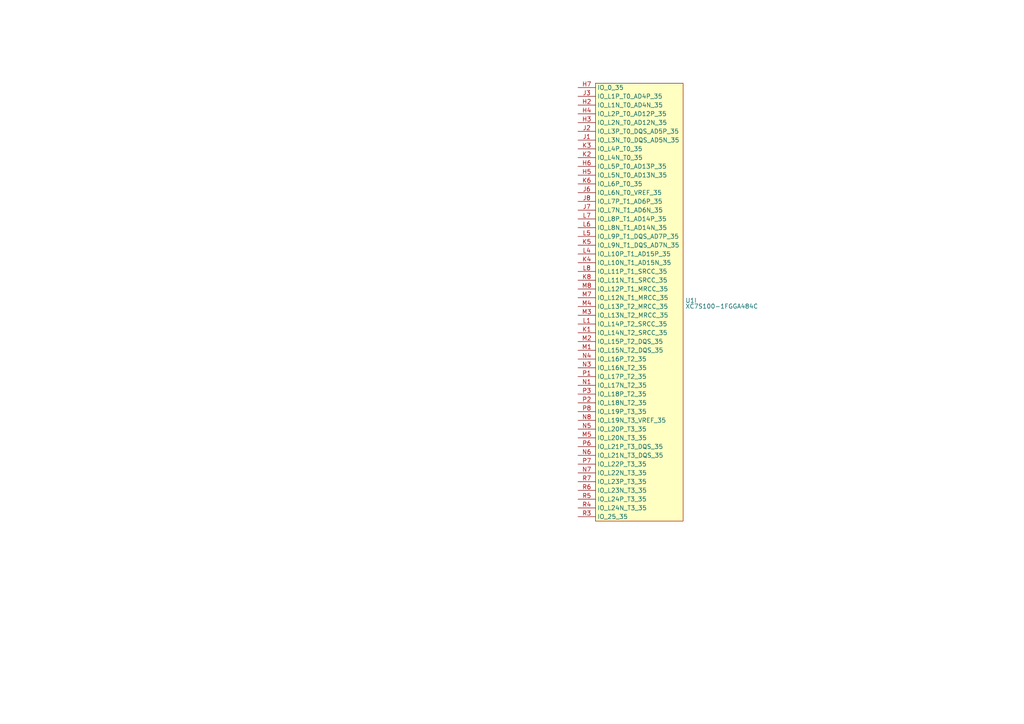
<source format=kicad_sch>
(kicad_sch (version 20231120) (generator "eeschema") (generator_version "8.0")
  (paper "A4")
  (title_block (title "DUMPTRUCK flash dumper") (date "2024-10-14") (rev "0.1") (company "Antikernel Labs") (comment 1 "Andrew D. Zonenberg"))
  (lib_symbols
    (symbol "xilinx-azonenberg:XC7Sx-xFGGA484x"
      (property "Reference" "U" (at 0.762 -1.524 0))
      (symbol "XC7Sx-xFGGA484x_1_1"
        (rectangle (start 0 53.34) (end 22.86 0) (fill (type background)))
        (pin output line (at 27.94 52.07 180) (length 5.08) (name "CCLK_0") (number "D9"))
        (pin input line (at -5.08 1.27 0) (length 5.08) (name "TCK_0") (number "G9"))
        (pin input line (at -5.08 41.91 0) (length 5.08) (name "VREFN_0") (number "L11"))
        (pin input line (at -5.08 36.83 0) (length 5.08) (name "VP_0") (number "L12"))
        (pin input line (at -5.08 34.29 0) (length 5.08) (name "VN_0") (number "M11"))
        (pin input line (at -5.08 44.45 0) (length 5.08) (name "VREFP_0") (number "M12"))
        (pin passive line (at -5.08 49.53 0) (length 5.08) (name "DXN_0") (number "N11"))
        (pin passive line (at -5.08 52.07 0) (length 5.08) (name "DXP_0") (number "N12"))
        (pin input line (at -5.08 26.67 0) (length 5.08) (name "M1") (number "T10"))
        (pin input line (at -5.08 29.21 0) (length 5.08) (name "M0") (number "T11"))
        (pin bidirectional line (at -5.08 19.05 0) (length 5.08) (name "INIT_B_0") (number "T9"))
        (pin input line (at -5.08 24.13 0) (length 5.08) (name "M2_0") (number "U10"))
        (pin input line (at -5.08 13.97 0) (length 5.08) (name "PROGRAM_B_0") (number "U11"))
        (pin output line (at 27.94 49.53 180) (length 5.08) (name "DONE_0") (number "U9"))
        (pin input line (at -5.08 16.51 0) (length 5.08) (name "CFGBVS_0") (number "V11"))
        (pin output line (at -5.08 6.35 0) (length 5.08) (name "TDO_0") (number "W10"))
        (pin input line (at -5.08 8.89 0) (length 5.08) (name "TDI_0") (number "W9"))
        (pin input line (at -5.08 3.81 0) (length 5.08) (name "TMS_0") (number "Y10"))
      )
      (symbol "XC7Sx-xFGGA484x_2_1"
        (rectangle (start 0 127) (end 24.13 0) (fill (type background)))
        (pin power_in line (at -5.08 120.65 0) (length 5.08) (name "GND") (number "A1"))
        (pin power_in line (at -5.08 115.57 0) (length 5.08) (name "GND") (number "A15"))
        (pin power_in line (at -5.08 113.03 0) (length 5.08) (name "GND") (number "A22"))
        (pin power_in line (at -5.08 118.11 0) (length 5.08) (name "GND") (number "A8"))
        (pin power_in line (at 29.21 52.07 180) (length 5.08) (name "GND") (number "AA12"))
        (pin power_in line (at 29.21 49.53 180) (length 5.08) (name "GND") (number "AA19"))
        (pin power_in line (at 29.21 54.61 180) (length 5.08) (name "GND") (number "AA5"))
        (pin power_in line (at 29.21 46.99 180) (length 5.08) (name "GND") (number "AB1"))
        (pin power_in line (at 29.21 41.91 180) (length 5.08) (name "GND") (number "AB15"))
        (pin power_in line (at 29.21 39.37 180) (length 5.08) (name "GND") (number "AB22"))
        (pin power_in line (at 29.21 44.45 180) (length 5.08) (name "GND") (number "AB8"))
        (pin power_in line (at -5.08 107.95 0) (length 5.08) (name "GND") (number "B11"))
        (pin power_in line (at -5.08 105.41 0) (length 5.08) (name "GND") (number "B18"))
        (pin power_in line (at -5.08 110.49 0) (length 5.08) (name "GND") (number "B4"))
        (pin power_in line (at -5.08 100.33 0) (length 5.08) (name "GND") (number "C14"))
        (pin power_in line (at -5.08 97.79 0) (length 5.08) (name "GND") (number "C21"))
        (pin power_in line (at -5.08 102.87 0) (length 5.08) (name "GND") (number "C7"))
        (pin power_in line (at -5.08 92.71 0) (length 5.08) (name "GND") (number "D10"))
        (pin power_in line (at -5.08 90.17 0) (length 5.08) (name "GND") (number "D17"))
        (pin power_in line (at -5.08 95.25 0) (length 5.08) (name "GND") (number "D3"))
        (pin power_in line (at -5.08 85.09 0) (length 5.08) (name "GND") (number "E13"))
        (pin power_in line (at -5.08 82.55 0) (length 5.08) (name "GND") (number "E20"))
        (pin power_in line (at -5.08 87.63 0) (length 5.08) (name "GND") (number "E6"))
        (pin power_in line (at -5.08 74.93 0) (length 5.08) (name "GND") (number "F16"))
        (pin power_in line (at -5.08 80.01 0) (length 5.08) (name "GND") (number "F2"))
        (pin power_in line (at -5.08 77.47 0) (length 5.08) (name "GND") (number "F9"))
        (pin power_in line (at -5.08 69.85 0) (length 5.08) (name "GND") (number "G12"))
        (pin power_in line (at -5.08 67.31 0) (length 5.08) (name "GND") (number "G19"))
        (pin power_in line (at -5.08 72.39 0) (length 5.08) (name "GND") (number "G5"))
        (pin power_in line (at -5.08 64.77 0) (length 5.08) (name "GND") (number "H1"))
        (pin power_in line (at -5.08 59.69 0) (length 5.08) (name "GND") (number "H10"))
        (pin power_in line (at -5.08 57.15 0) (length 5.08) (name "GND") (number "H12"))
        (pin power_in line (at -5.08 54.61 0) (length 5.08) (name "GND") (number "H14"))
        (pin power_in line (at -5.08 52.07 0) (length 5.08) (name "GND") (number "H15"))
        (pin power_in line (at -5.08 49.53 0) (length 5.08) (name "GND") (number "H22"))
        (pin power_in line (at -5.08 62.23 0) (length 5.08) (name "GND") (number "H8"))
        (pin power_in line (at -5.08 41.91 0) (length 5.08) (name "GND") (number "J11"))
        (pin power_in line (at -5.08 39.37 0) (length 5.08) (name "GND") (number "J13"))
        (pin power_in line (at -5.08 36.83 0) (length 5.08) (name "GND") (number "J18"))
        (pin power_in line (at -5.08 46.99 0) (length 5.08) (name "GND") (number "J4"))
        (pin power_in line (at -5.08 44.45 0) (length 5.08) (name "GND") (number "J9"))
        (pin power_in line (at -5.08 31.75 0) (length 5.08) (name "GND") (number "K10"))
        (pin power_in line (at -5.08 125.73 0) (length 5.08) (name "GNDADC_0") (number "K12"))
        (pin power_in line (at -5.08 29.21 0) (length 5.08) (name "GND") (number "K14"))
        (pin power_in line (at -5.08 26.67 0) (length 5.08) (name "GND") (number "K21"))
        (pin power_in line (at -5.08 34.29 0) (length 5.08) (name "GND") (number "K7"))
        (pin power_in line (at -5.08 19.05 0) (length 5.08) (name "GND") (number "L13"))
        (pin power_in line (at -5.08 16.51 0) (length 5.08) (name "GND") (number "L17"))
        (pin power_in line (at -5.08 24.13 0) (length 5.08) (name "GND") (number "L3"))
        (pin power_in line (at -5.08 21.59 0) (length 5.08) (name "GND") (number "L9"))
        (pin power_in line (at -5.08 11.43 0) (length 5.08) (name "GND") (number "M10"))
        (pin power_in line (at -5.08 8.89 0) (length 5.08) (name "GND") (number "M14"))
        (pin power_in line (at -5.08 6.35 0) (length 5.08) (name "GND") (number "M20"))
        (pin power_in line (at -5.08 13.97 0) (length 5.08) (name "GND") (number "M6"))
        (pin power_in line (at 29.21 125.73 180) (length 5.08) (name "GND") (number "N13"))
        (pin power_in line (at 29.21 123.19 180) (length 5.08) (name "GND") (number "N16"))
        (pin power_in line (at -5.08 3.81 0) (length 5.08) (name "GND") (number "N2"))
        (pin power_in line (at -5.08 1.27 0) (length 5.08) (name "GND") (number "N9"))
        (pin power_in line (at 29.21 118.11 180) (length 5.08) (name "GND") (number "P10"))
        (pin power_in line (at 29.21 115.57 180) (length 5.08) (name "GND") (number "P12"))
        (pin power_in line (at 29.21 113.03 180) (length 5.08) (name "GND") (number "P14"))
        (pin power_in line (at 29.21 110.49 180) (length 5.08) (name "GND") (number "P19"))
        (pin power_in line (at 29.21 120.65 180) (length 5.08) (name "GND") (number "P5"))
        (pin power_in line (at 29.21 107.95 180) (length 5.08) (name "GND") (number "R1"))
        (pin power_in line (at 29.21 100.33 180) (length 5.08) (name "GND") (number "R11"))
        (pin power_in line (at 29.21 97.79 180) (length 5.08) (name "GND") (number "R13"))
        (pin power_in line (at 29.21 95.25 180) (length 5.08) (name "GND") (number "R15"))
        (pin power_in line (at 29.21 92.71 180) (length 5.08) (name "GND") (number "R22"))
        (pin power_in line (at 29.21 105.41 180) (length 5.08) (name "GND") (number "R8"))
        (pin power_in line (at 29.21 102.87 180) (length 5.08) (name "GND") (number "R9"))
        (pin power_in line (at 29.21 87.63 180) (length 5.08) (name "GND") (number "T18"))
        (pin power_in line (at 29.21 90.17 180) (length 5.08) (name "GND") (number "T4"))
        (pin power_in line (at 29.21 82.55 180) (length 5.08) (name "GND") (number "U14"))
        (pin power_in line (at 29.21 80.01 180) (length 5.08) (name "GND") (number "U21"))
        (pin power_in line (at 29.21 85.09 180) (length 5.08) (name "GND") (number "U7"))
        (pin power_in line (at 29.21 74.93 180) (length 5.08) (name "GND") (number "V10"))
        (pin power_in line (at 29.21 72.39 180) (length 5.08) (name "GND") (number "V17"))
        (pin power_in line (at 29.21 77.47 180) (length 5.08) (name "GND") (number "V3"))
        (pin power_in line (at 29.21 67.31 180) (length 5.08) (name "GND") (number "W13"))
        (pin power_in line (at 29.21 64.77 180) (length 5.08) (name "GND") (number "W20"))
        (pin power_in line (at 29.21 69.85 180) (length 5.08) (name "GND") (number "W6"))
        (pin power_in line (at 29.21 57.15 180) (length 5.08) (name "GND") (number "Y16"))
        (pin power_in line (at 29.21 62.23 180) (length 5.08) (name "GND") (number "Y2"))
        (pin power_in line (at 29.21 59.69 180) (length 5.08) (name "GND") (number "Y9"))
      )
      (symbol "XC7Sx-xFGGA484x_3_1"
        (rectangle (start 0 73.66) (end 30.48 0) (fill (type background)))
        (pin power_in line (at 35.56 21.59 180) (length 5.08) (name "VCCO_34") (number "AA4"))
        (pin power_in line (at 35.56 36.83 180) (length 5.08) (name "VCCO_16") (number "B12"))
        (pin power_in line (at 35.56 34.29 180) (length 5.08) (name "VCCO_16") (number "B17"))
        (pin power_in line (at 35.56 6.35 180) (length 5.08) (name "VCCO_36") (number "B5"))
        (pin power_in line (at 35.56 72.39 180) (length 5.08) (name "VCCO_0") (number "E10"))
        (pin power_in line (at 35.56 31.75 180) (length 5.08) (name "VCCO_16") (number "E14"))
        (pin power_in line (at 35.56 46.99 180) (length 5.08) (name "VCCO_15") (number "E21"))
        (pin power_in line (at 35.56 3.81 180) (length 5.08) (name "VCCO_36") (number "E7"))
        (pin power_in line (at -5.08 67.31 0) (length 5.08) (name "VCCBATT_0") (number "E9"))
        (pin power_in line (at 35.56 1.27 180) (length 5.08) (name "VCCO_36") (number "F3"))
        (pin power_in line (at 35.56 44.45 180) (length 5.08) (name "VCCO_15") (number "G18"))
        (pin power_in line (at -5.08 62.23 0) (length 5.08) (name "VCCINT") (number "H11"))
        (pin power_in line (at -5.08 59.69 0) (length 5.08) (name "VCCINT") (number "H13"))
        (pin power_in line (at -5.08 29.21 0) (length 5.08) (name "VCCBRAM") (number "H9"))
        (pin power_in line (at -5.08 57.15 0) (length 5.08) (name "VCCINT") (number "J10"))
        (pin power_in line (at -5.08 54.61 0) (length 5.08) (name "VCCINT") (number "J12"))
        (pin power_in line (at -5.08 16.51 0) (length 5.08) (name "VCCAUX") (number "J14"))
        (pin power_in line (at 35.56 16.51 180) (length 5.08) (name "VCCO_35") (number "J5"))
        (pin power_in line (at -5.08 72.39 0) (length 5.08) (name "VCCADC_0") (number "K11"))
        (pin power_in line (at -5.08 52.07 0) (length 5.08) (name "VCCINT") (number "K13"))
        (pin power_in line (at 35.56 41.91 180) (length 5.08) (name "VCCO_15") (number "K20"))
        (pin power_in line (at -5.08 26.67 0) (length 5.08) (name "VCCBRAM") (number "K9"))
        (pin power_in line (at -5.08 49.53 0) (length 5.08) (name "VCCINT") (number "L10"))
        (pin power_in line (at -5.08 13.97 0) (length 5.08) (name "VCCAUX") (number "L14"))
        (pin power_in line (at 35.56 13.97 180) (length 5.08) (name "VCCO_35") (number "L2"))
        (pin power_in line (at -5.08 46.99 0) (length 5.08) (name "VCCINT") (number "M13"))
        (pin power_in line (at -5.08 24.13 0) (length 5.08) (name "VCCBRAM") (number "M9"))
        (pin power_in line (at -5.08 44.45 0) (length 5.08) (name "VCCINT") (number "N10"))
        (pin power_in line (at -5.08 11.43 0) (length 5.08) (name "VCCAUX") (number "N14"))
        (pin power_in line (at -5.08 41.91 0) (length 5.08) (name "VCCINT") (number "P11"))
        (pin power_in line (at -5.08 39.37 0) (length 5.08) (name "VCCINT") (number "P13"))
        (pin power_in line (at 35.56 57.15 180) (length 5.08) (name "VCCO_14") (number "P18"))
        (pin power_in line (at 35.56 11.43 180) (length 5.08) (name "VCCO_35") (number "P4"))
        (pin power_in line (at -5.08 21.59 0) (length 5.08) (name "VCCBRAM") (number "P9"))
        (pin power_in line (at -5.08 36.83 0) (length 5.08) (name "VCCINT") (number "R10"))
        (pin power_in line (at -5.08 34.29 0) (length 5.08) (name "VCCINT") (number "R12"))
        (pin power_in line (at -5.08 8.89 0) (length 5.08) (name "VCCAUX") (number "R14"))
        (pin power_in line (at 35.56 54.61 180) (length 5.08) (name "VCCO_14") (number "R21"))
        (pin power_in line (at 35.56 64.77 180) (length 5.08) (name "VCCO_13") (number "U13"))
        (pin power_in line (at 35.56 26.67 180) (length 5.08) (name "VCCO_34") (number "U6"))
        (pin power_in line (at 35.56 24.13 180) (length 5.08) (name "VCCO_34") (number "V2"))
        (pin power_in line (at 35.56 69.85 180) (length 5.08) (name "VCCO_0") (number "V9"))
        (pin power_in line (at 35.56 52.07 180) (length 5.08) (name "VCCO_14") (number "W19"))
        (pin power_in line (at 35.56 62.23 180) (length 5.08) (name "VCCO_13") (number "Y15"))
      )
      (symbol "XC7Sx-xFGGA484x_4_0"
        (pin bidirectional line (at -5.08 59.69 0) (length 2.54) (name "") (number ""))
      )
      (symbol "XC7Sx-xFGGA484x_4_1"
        (rectangle (start 0 96.52) (end 21.59 0) (fill (type background)))
        (pin bidirectional line (at -5.08 1.27 0) (length 5.08) (name "IO_L19N_T3_VREF_13") (number "AA11"))
        (pin bidirectional line (at -5.08 21.59 0) (length 5.08) (name "IO_L15P_T2_DQS_13") (number "AA13"))
        (pin bidirectional line (at -5.08 36.83 0) (length 5.08) (name "IO_L12P_T1_MRCC_13") (number "AA14"))
        (pin bidirectional line (at -5.08 52.07 0) (length 5.08) (name "IO_L9P_T1_DQS_13") (number "AA15"))
        (pin bidirectional line (at -5.08 49.53 0) (length 5.08) (name "IO_L9N_T1_DQS_13") (number "AA16"))
        (pin bidirectional line (at -5.08 57.15 0) (length 5.08) (name "IO_L8P_T1_13") (number "AA17"))
        (pin bidirectional line (at -5.08 59.69 0) (length 5.08) (name "IO_L7N_T1_13") (number "AA18"))
        (pin bidirectional line (at -5.08 11.43 0) (length 5.08) (name "IO_L17P_T2_13") (number "AB11"))
        (pin bidirectional line (at -5.08 8.89 0) (length 5.08) (name "IO_L17N_T2_13") (number "AB12"))
        (pin bidirectional line (at -5.08 19.05 0) (length 5.08) (name "IO_L15N_T2_DQS_13") (number "AB13"))
        (pin bidirectional line (at -5.08 34.29 0) (length 5.08) (name "IO_L12N_T1_MRCC_13") (number "AB14"))
        (pin bidirectional line (at -5.08 46.99 0) (length 5.08) (name "IO_L10P_T1_13") (number "AB16"))
        (pin bidirectional line (at -5.08 44.45 0) (length 5.08) (name "IO_L10N_T1_13") (number "AB17"))
        (pin bidirectional line (at -5.08 54.61 0) (length 5.08) (name "IO_L8N_T1_13") (number "AB18"))
        (pin bidirectional line (at -5.08 87.63 0) (length 5.08) (name "IO_L2P_T0_13") (number "T12"))
        (pin bidirectional line (at -5.08 85.09 0) (length 5.08) (name "IO_L2N_T0_13") (number "T13"))
        (pin bidirectional line (at -5.08 92.71 0) (length 5.08) (name "IO_L1P_T0_13") (number "T14"))
        (pin bidirectional line (at -5.08 95.25 0) (length 5.08) (name "IO_0_13") (number "T15"))
        (pin bidirectional line (at -5.08 77.47 0) (length 5.08) (name "IO_L4P_T0_13") (number "U12"))
        (pin bidirectional line (at -5.08 90.17 0) (length 5.08) (name "IO_L1N_T0_13") (number "U15"))
        (pin bidirectional line (at -5.08 67.31 0) (length 5.08) (name "IO_L6P_T0_13") (number "U16"))
        (pin bidirectional line (at -5.08 31.75 0) (length 5.08) (name "IO_L13P_T2_MRCC_13") (number "V12"))
        (pin bidirectional line (at -5.08 74.93 0) (length 5.08) (name "IO_L4N_T0_13") (number "V13"))
        (pin bidirectional line (at -5.08 82.55 0) (length 5.08) (name "IO_L3P_T0_DQS_13") (number "V14"))
        (pin bidirectional line (at -5.08 80.01 0) (length 5.08) (name "IO_L3N_T0_DQS_13") (number "V15"))
        (pin bidirectional line (at -5.08 64.77 0) (length 5.08) (name "IO_L6N_T0_VREF_13") (number "V16"))
        (pin bidirectional line (at -5.08 16.51 0) (length 5.08) (name "IO_L16P_T2_13") (number "W11"))
        (pin bidirectional line (at -5.08 29.21 0) (length 5.08) (name "IO_L13N_T2_MRCC_13") (number "W12"))
        (pin bidirectional line (at -5.08 26.67 0) (length 5.08) (name "IO_L14P_T2_SRCC_13") (number "W14"))
        (pin bidirectional line (at -5.08 72.39 0) (length 5.08) (name "IO_L5P_T0_13") (number "W15"))
        (pin bidirectional line (at -5.08 69.85 0) (length 5.08) (name "IO_L5N_T0_13") (number "W16"))
        (pin bidirectional line (at -5.08 41.91 0) (length 5.08) (name "IO_L11P_T1_SRCC_13") (number "W17"))
        (pin bidirectional line (at -5.08 13.97 0) (length 5.08) (name "IO_L16N_T2_13") (number "Y11"))
        (pin bidirectional line (at -5.08 6.35 0) (length 5.08) (name "IO_L18P_T2_13") (number "Y12"))
        (pin bidirectional line (at -5.08 3.81 0) (length 5.08) (name "IO_L18N_T2_13") (number "Y13"))
        (pin bidirectional line (at -5.08 24.13 0) (length 5.08) (name "IO_L14N_T2_SRCC_13") (number "Y14"))
        (pin bidirectional line (at -5.08 39.37 0) (length 5.08) (name "IO_L11N_T1_SRCC_13") (number "Y17"))
        (pin bidirectional line (at -5.08 62.23 0) (length 5.08) (name "IO_L7P_T1_13") (number "Y18"))
      )
      (symbol "XC7Sx-xFGGA484x_5_1"
        (rectangle (start 0 127) (end 33.02 0) (fill (type background)))
        (pin bidirectional line (at -5.08 29.21 0) (length 5.08) (name "IO_L19N_T3_D25_VREF_14") (number "AA20"))
        (pin bidirectional line (at -5.08 16.51 0) (length 5.08) (name "IO_L22P_T3_D21_14") (number "AA21"))
        (pin bidirectional line (at -5.08 24.13 0) (length 5.08) (name "IO_L20N_T3_D23_14") (number "AA22"))
        (pin bidirectional line (at -5.08 11.43 0) (length 5.08) (name "IO_L23P_T3_D19_14") (number "AB19"))
        (pin bidirectional line (at -5.08 8.89 0) (length 5.08) (name "IO_L23N_T3_D18_14") (number "AB20"))
        (pin bidirectional line (at -5.08 13.97 0) (length 5.08) (name "IO_L22N_T3_D20_14") (number "AB21"))
        (pin bidirectional line (at -5.08 113.03 0) (length 5.08) (name "IO_L3P_T0_DQS_PUDC_B_14") (number "M19"))
        (pin bidirectional line (at -5.08 123.19 0) (length 5.08) (name "IO_L1P_T0_D00_MOSI_14") (number "M21"))
        (pin bidirectional line (at -5.08 120.65 0) (length 5.08) (name "IO_L1N_T0_D01_DIN_14") (number "M22"))
        (pin bidirectional line (at -5.08 125.73 0) (length 5.08) (name "IO_0_14") (number "N15"))
        (pin bidirectional line (at -5.08 97.79 0) (length 5.08) (name "IO_L6P_T0_FCS_B_14") (number "N17"))
        (pin bidirectional line (at -5.08 95.25 0) (length 5.08) (name "IO_L6N_T0_D08_VREF_14") (number "N18"))
        (pin bidirectional line (at -5.08 110.49 0) (length 5.08) (name "IO_L3N_T0_DQS_EMCCLK_14") (number "N19"))
        (pin bidirectional line (at -5.08 102.87 0) (length 5.08) (name "IO_L5P_T0_D06_14") (number "N20"))
        (pin bidirectional line (at -5.08 118.11 0) (length 5.08) (name "IO_L2P_T0_D02_14") (number "N21"))
        (pin bidirectional line (at -5.08 115.57 0) (length 5.08) (name "IO_L2N_T0_D03_14") (number "N22"))
        (pin bidirectional line (at -5.08 62.23 0) (length 5.08) (name "IO_L13P_T2_MRCC_14") (number "P15"))
        (pin bidirectional line (at -5.08 59.69 0) (length 5.08) (name "IO_L13N_T2_MRCC_14") (number "P16"))
        (pin bidirectional line (at -5.08 57.15 0) (length 5.08) (name "IO_L14P_T2_SRCC_14") (number "P17"))
        (pin bidirectional line (at -5.08 100.33 0) (length 5.08) (name "IO_L5N_T0_D07_14") (number "P20"))
        (pin bidirectional line (at -5.08 107.95 0) (length 5.08) (name "IO_L4P_T0_D04_14") (number "P21"))
        (pin bidirectional line (at -5.08 105.41 0) (length 5.08) (name "IO_L4N_T0_D05_14") (number "P22"))
        (pin bidirectional line (at -5.08 46.99 0) (length 5.08) (name "IO_L16P_T2_CSI_B_14") (number "R16"))
        (pin bidirectional line (at -5.08 44.45 0) (length 5.08) (name "IO_L16N_T2_D31_14") (number "R17"))
        (pin bidirectional line (at -5.08 54.61 0) (length 5.08) (name "IO_L14N_T2_SRCC_14") (number "R18"))
        (pin bidirectional line (at -5.08 41.91 0) (length 5.08) (name "IO_L17P_T2_D30_14") (number "R19"))
        (pin bidirectional line (at -5.08 39.37 0) (length 5.08) (name "IO_L17N_T2_D29_14") (number "R20"))
        (pin bidirectional line (at -5.08 1.27 0) (length 5.08) (name "IO_25_14") (number "T16"))
        (pin bidirectional line (at -5.08 52.07 0) (length 5.08) (name "IO_L15P_T2_DQS_RDWR_B_14") (number "T17"))
        (pin bidirectional line (at -5.08 36.83 0) (length 5.08) (name "IO_L18P_T2_D28_14") (number "T19"))
        (pin bidirectional line (at -5.08 34.29 0) (length 5.08) (name "IO_L18N_T2_D27_14") (number "T20"))
        (pin bidirectional line (at -5.08 92.71 0) (length 5.08) (name "IO_L7P_T1_D09_14") (number "T21"))
        (pin bidirectional line (at -5.08 90.17 0) (length 5.08) (name "IO_L7N_T1_D10_14") (number "T22"))
        (pin bidirectional line (at -5.08 49.53 0) (length 5.08) (name "IO_L15N_T2_DQS_DOUT_CSO_B_14") (number "U17"))
        (pin bidirectional line (at -5.08 67.31 0) (length 5.08) (name "IO_L12P_T1_MRCC_14") (number "U18"))
        (pin bidirectional line (at -5.08 64.77 0) (length 5.08) (name "IO_L12N_T1_MRCC_14") (number "U19"))
        (pin bidirectional line (at -5.08 72.39 0) (length 5.08) (name "IO_L11P_T1_SRCC_14") (number "U20"))
        (pin bidirectional line (at -5.08 82.55 0) (length 5.08) (name "IO_L9P_T1_DQS_14") (number "U22"))
        (pin bidirectional line (at -5.08 6.35 0) (length 5.08) (name "IO_L24P_T3_D17_14") (number "V18"))
        (pin bidirectional line (at -5.08 3.81 0) (length 5.08) (name "IO_L24N_T3_D16_14") (number "V19"))
        (pin bidirectional line (at -5.08 69.85 0) (length 5.08) (name "IO_L11N_T1_SRCC_14") (number "V20"))
        (pin bidirectional line (at -5.08 87.63 0) (length 5.08) (name "IO_L8P_T1_D11_14") (number "V21"))
        (pin bidirectional line (at -5.08 80.01 0) (length 5.08) (name "IO_L9N_T1_DQS_D13_14") (number "V22"))
        (pin bidirectional line (at -5.08 21.59 0) (length 5.08) (name "IO_L21P_T3_DQS_14") (number "W18"))
        (pin bidirectional line (at -5.08 77.47 0) (length 5.08) (name "IO_L10P_T1_D14_14") (number "W21"))
        (pin bidirectional line (at -5.08 85.09 0) (length 5.08) (name "IO_L8N_T1_D12_14") (number "W22"))
        (pin bidirectional line (at -5.08 19.05 0) (length 5.08) (name "IO_L21N_T3_DQS_D22_14") (number "Y19"))
        (pin bidirectional line (at -5.08 31.75 0) (length 5.08) (name "IO_L19P_T3_D26_14") (number "Y20"))
        (pin bidirectional line (at -5.08 74.93 0) (length 5.08) (name "IO_L10N_T1_D15_14") (number "Y21"))
        (pin bidirectional line (at -5.08 26.67 0) (length 5.08) (name "IO_L20P_T3_D24_14") (number "Y22"))
      )
      (symbol "XC7Sx-xFGGA484x_6_1"
        (rectangle (start 0 127) (end 25.4 0) (fill (type background)))
        (pin bidirectional line (at -5.08 125.73 0) (length 5.08) (name "IO_0_15") (number "A21"))
        (pin bidirectional line (at -5.08 92.71 0) (length 5.08) (name "IO_L7P_T1_AD2P_15") (number "B21"))
        (pin bidirectional line (at -5.08 90.17 0) (length 5.08) (name "IO_L7N_T1_AD2N_15") (number "B22"))
        (pin bidirectional line (at -5.08 85.09 0) (length 5.08) (name "IO_L8N_T1_AD10N_15") (number "C20"))
        (pin bidirectional line (at -5.08 80.01 0) (length 5.08) (name "IO_L9N_T1_DQS_AD3N_15") (number "C22"))
        (pin bidirectional line (at -5.08 87.63 0) (length 5.08) (name "IO_L8P_T1_AD10P_15") (number "D20"))
        (pin bidirectional line (at -5.08 82.55 0) (length 5.08) (name "IO_L9P_T1_DQS_AD3P_15") (number "D21"))
        (pin bidirectional line (at -5.08 74.93 0) (length 5.08) (name "IO_L10N_T1_AD11N_15") (number "D22"))
        (pin bidirectional line (at -5.08 77.47 0) (length 5.08) (name "IO_L10P_T1_AD11P_15") (number "E22"))
        (pin bidirectional line (at -5.08 123.19 0) (length 5.08) (name "IO_L1P_T0_AD0P_15") (number "F17"))
        (pin bidirectional line (at -5.08 120.65 0) (length 5.08) (name "IO_L1N_T0_AD0N_15") (number "F18"))
        (pin bidirectional line (at -5.08 67.31 0) (length 5.08) (name "IO_L12P_T1_MRCC_15") (number "F19"))
        (pin bidirectional line (at -5.08 64.77 0) (length 5.08) (name "IO_L12N_T1_MRCC_15") (number "F20"))
        (pin bidirectional line (at -5.08 72.39 0) (length 5.08) (name "IO_L11P_T1_SRCC_15") (number "F21"))
        (pin bidirectional line (at -5.08 69.85 0) (length 5.08) (name "IO_L11N_T1_SRCC_15") (number "F22"))
        (pin bidirectional line (at -5.08 105.41 0) (length 5.08) (name "IO_L4N_T0_15") (number "G16"))
        (pin bidirectional line (at -5.08 115.57 0) (length 5.08) (name "IO_L2N_T0_AD8N_15") (number "G17"))
        (pin bidirectional line (at -5.08 29.21 0) (length 5.08) (name "IO_L19N_T3_VREF_15") (number "G20"))
        (pin bidirectional line (at -5.08 26.67 0) (length 5.08) (name "IO_L20P_T3_15") (number "G21"))
        (pin bidirectional line (at -5.08 24.13 0) (length 5.08) (name "IO_L20N_T3_15") (number "G22"))
        (pin bidirectional line (at -5.08 107.95 0) (length 5.08) (name "IO_L4P_T0_15") (number "H16"))
        (pin bidirectional line (at -5.08 118.11 0) (length 5.08) (name "IO_L2P_T0_AD8P_15") (number "H17"))
        (pin bidirectional line (at -5.08 110.49 0) (length 5.08) (name "IO_L3N_T0_DQS_AD1N_15") (number "H18"))
        (pin bidirectional line (at -5.08 31.75 0) (length 5.08) (name "IO_L19P_T3_15") (number "H19"))
        (pin bidirectional line (at -5.08 21.59 0) (length 5.08) (name "IO_L21P_T3_DQS_15") (number "H20"))
        (pin bidirectional line (at -5.08 19.05 0) (length 5.08) (name "IO_L21N_T3_DQS_15") (number "H21"))
        (pin bidirectional line (at -5.08 95.25 0) (length 5.08) (name "IO_L6N_T0_VREF_15") (number "J15"))
        (pin bidirectional line (at -5.08 100.33 0) (length 5.08) (name "IO_L5N_T0_AD9N_15") (number "J16"))
        (pin bidirectional line (at -5.08 113.03 0) (length 5.08) (name "IO_L3P_T0_DQS_AD1P_15") (number "J17"))
        (pin bidirectional line (at -5.08 41.91 0) (length 5.08) (name "IO_L17P_T2_15") (number "J19"))
        (pin bidirectional line (at -5.08 39.37 0) (length 5.08) (name "IO_L17N_T2_15") (number "J20"))
        (pin bidirectional line (at -5.08 11.43 0) (length 5.08) (name "IO_L23P_T3_15") (number "J21"))
        (pin bidirectional line (at -5.08 8.89 0) (length 5.08) (name "IO_L23N_T3_15") (number "J22"))
        (pin bidirectional line (at -5.08 97.79 0) (length 5.08) (name "IO_L6P_T0_15") (number "K15"))
        (pin bidirectional line (at -5.08 102.87 0) (length 5.08) (name "IO_L5P_T0_AD9P_15") (number "K16"))
        (pin bidirectional line (at -5.08 49.53 0) (length 5.08) (name "IO_L15N_T2_DQS_15") (number "K17"))
        (pin bidirectional line (at -5.08 46.99 0) (length 5.08) (name "IO_L16P_T2_15") (number "K18"))
        (pin bidirectional line (at -5.08 44.45 0) (length 5.08) (name "IO_L16N_T2_15") (number "K19"))
        (pin bidirectional line (at -5.08 13.97 0) (length 5.08) (name "IO_L22N_T3_15") (number "K22"))
        (pin bidirectional line (at -5.08 59.69 0) (length 5.08) (name "IO_L13N_T2_MRCC_15") (number "L15"))
        (pin bidirectional line (at -5.08 52.07 0) (length 5.08) (name "IO_L15P_T2_DQS_15") (number "L16"))
        (pin bidirectional line (at -5.08 36.83 0) (length 5.08) (name "IO_L18P_T2_15") (number "L18"))
        (pin bidirectional line (at -5.08 34.29 0) (length 5.08) (name "IO_L18N_T2_15") (number "L19"))
        (pin bidirectional line (at -5.08 6.35 0) (length 5.08) (name "IO_L24P_T3_RS1_15") (number "L20"))
        (pin bidirectional line (at -5.08 3.81 0) (length 5.08) (name "IO_L24N_T3_RS0_15") (number "L21"))
        (pin bidirectional line (at -5.08 16.51 0) (length 5.08) (name "IO_L22P_T3_15") (number "L22"))
        (pin bidirectional line (at -5.08 62.23 0) (length 5.08) (name "IO_L13P_T2_MRCC_15") (number "M15"))
        (pin bidirectional line (at -5.08 1.27 0) (length 5.08) (name "IO_25_15") (number "M16"))
        (pin bidirectional line (at -5.08 57.15 0) (length 5.08) (name "IO_L14P_T2_SRCC_15") (number "M17"))
        (pin bidirectional line (at -5.08 54.61 0) (length 5.08) (name "IO_L14N_T2_SRCC_15") (number "M18"))
      )
      (symbol "XC7Sx-xFGGA484x_7_1"
        (rectangle (start 0 127) (end 22.86 0) (fill (type background)))
        (pin bidirectional line (at -5.08 87.63 0) (length 5.08) (name "IO_L8P_T1_16") (number "A11"))
        (pin bidirectional line (at -5.08 85.09 0) (length 5.08) (name "IO_L8N_T1_16") (number "A12"))
        (pin bidirectional line (at -5.08 80.01 0) (length 5.08) (name "IO_L9N_T1_DQS_16") (number "A13"))
        (pin bidirectional line (at -5.08 39.37 0) (length 5.08) (name "IO_L17N_T2_16") (number "A14"))
        (pin bidirectional line (at -5.08 36.83 0) (length 5.08) (name "IO_L18P_T2_16") (number "A16"))
        (pin bidirectional line (at -5.08 34.29 0) (length 5.08) (name "IO_L18N_T2_16") (number "A17"))
        (pin bidirectional line (at -5.08 21.59 0) (length 5.08) (name "IO_L21P_T3_DQS_16") (number "A18"))
        (pin bidirectional line (at -5.08 19.05 0) (length 5.08) (name "IO_L21N_T3_DQS_16") (number "A19"))
        (pin bidirectional line (at -5.08 8.89 0) (length 5.08) (name "IO_L23N_T3_16") (number "A20"))
        (pin bidirectional line (at -5.08 82.55 0) (length 5.08) (name "IO_L9P_T1_DQS_16") (number "B13"))
        (pin bidirectional line (at -5.08 41.91 0) (length 5.08) (name "IO_L17P_T2_16") (number "B14"))
        (pin bidirectional line (at -5.08 57.15 0) (length 5.08) (name "IO_L14P_T2_SRCC_16") (number "B15"))
        (pin bidirectional line (at -5.08 54.61 0) (length 5.08) (name "IO_L14N_T2_SRCC_16") (number "B16"))
        (pin bidirectional line (at -5.08 24.13 0) (length 5.08) (name "IO_L20N_T3_16") (number "B19"))
        (pin bidirectional line (at -5.08 11.43 0) (length 5.08) (name "IO_L23P_T3_16") (number "B20"))
        (pin bidirectional line (at -5.08 77.47 0) (length 5.08) (name "IO_L10P_T1_16") (number "C10"))
        (pin bidirectional line (at -5.08 74.93 0) (length 5.08) (name "IO_L10N_T1_16") (number "C11"))
        (pin bidirectional line (at -5.08 64.77 0) (length 5.08) (name "IO_L12N_T1_MRCC_16") (number "C12"))
        (pin bidirectional line (at -5.08 90.17 0) (length 5.08) (name "IO_L7N_T1_16") (number "C13"))
        (pin bidirectional line (at -5.08 62.23 0) (length 5.08) (name "IO_L13P_T2_MRCC_16") (number "C15"))
        (pin bidirectional line (at -5.08 59.69 0) (length 5.08) (name "IO_L13N_T2_MRCC_16") (number "C16"))
        (pin bidirectional line (at -5.08 49.53 0) (length 5.08) (name "IO_L15N_T2_DQS_16") (number "C17"))
        (pin bidirectional line (at -5.08 29.21 0) (length 5.08) (name "IO_L19N_T3_VREF_16") (number "C18"))
        (pin bidirectional line (at -5.08 26.67 0) (length 5.08) (name "IO_L20P_T3_16") (number "C19"))
        (pin bidirectional line (at -5.08 110.49 0) (length 5.08) (name "IO_L3N_T0_DQS_16") (number "D11"))
        (pin bidirectional line (at -5.08 67.31 0) (length 5.08) (name "IO_L12P_T1_MRCC_16") (number "D12"))
        (pin bidirectional line (at -5.08 92.71 0) (length 5.08) (name "IO_L7P_T1_16") (number "D13"))
        (pin bidirectional line (at -5.08 72.39 0) (length 5.08) (name "IO_L11P_T1_SRCC_16") (number "D14"))
        (pin bidirectional line (at -5.08 69.85 0) (length 5.08) (name "IO_L11N_T1_SRCC_16") (number "D15"))
        (pin bidirectional line (at -5.08 52.07 0) (length 5.08) (name "IO_L15P_T2_DQS_16") (number "D16"))
        (pin bidirectional line (at -5.08 31.75 0) (length 5.08) (name "IO_L19P_T3_16") (number "D18"))
        (pin bidirectional line (at -5.08 3.81 0) (length 5.08) (name "IO_L24N_T3_16") (number "D19"))
        (pin bidirectional line (at -5.08 113.03 0) (length 5.08) (name "IO_L3P_T0_DQS_16") (number "E11"))
        (pin bidirectional line (at -5.08 100.33 0) (length 5.08) (name "IO_L5N_T0_16") (number "E12"))
        (pin bidirectional line (at -5.08 46.99 0) (length 5.08) (name "IO_L16P_T2_16") (number "E15"))
        (pin bidirectional line (at -5.08 44.45 0) (length 5.08) (name "IO_L16N_T2_16") (number "E16"))
        (pin bidirectional line (at -5.08 16.51 0) (length 5.08) (name "IO_L22P_T3_16") (number "E17"))
        (pin bidirectional line (at -5.08 13.97 0) (length 5.08) (name "IO_L22N_T3_16") (number "E18"))
        (pin bidirectional line (at -5.08 6.35 0) (length 5.08) (name "IO_L24P_T3_16") (number "E19"))
        (pin bidirectional line (at -5.08 115.57 0) (length 5.08) (name "IO_L2N_T0_16") (number "F10"))
        (pin bidirectional line (at -5.08 120.65 0) (length 5.08) (name "IO_L1N_T0_16") (number "F11"))
        (pin bidirectional line (at -5.08 102.87 0) (length 5.08) (name "IO_L5P_T0_16") (number "F12"))
        (pin bidirectional line (at -5.08 107.95 0) (length 5.08) (name "IO_L4P_T0_16") (number "F13"))
        (pin bidirectional line (at -5.08 105.41 0) (length 5.08) (name "IO_L4N_T0_16") (number "F14"))
        (pin bidirectional line (at -5.08 95.25 0) (length 5.08) (name "IO_L6N_T0_VREF_16") (number "F15"))
        (pin bidirectional line (at -5.08 118.11 0) (length 5.08) (name "IO_L2P_T0_16") (number "G10"))
        (pin bidirectional line (at -5.08 123.19 0) (length 5.08) (name "IO_L1P_T0_16") (number "G11"))
        (pin bidirectional line (at -5.08 125.73 0) (length 5.08) (name "IO_0_16") (number "G13"))
        (pin bidirectional line (at -5.08 97.79 0) (length 5.08) (name "IO_L6P_T0_16") (number "G14"))
        (pin bidirectional line (at -5.08 1.27 0) (length 5.08) (name "IO_25_16") (number "G15"))
      )
      (symbol "XC7Sx-xFGGA484x_8_1"
        (rectangle (start 0 127) (end 21.59 0) (fill (type background)))
        (pin bidirectional line (at -5.08 39.37 0) (length 5.08) (name "IO_L17N_T2_34") (number "AA1"))
        (pin bidirectional line (at -5.08 16.51 0) (length 5.08) (name "IO_L22P_T3_34") (number "AA10"))
        (pin bidirectional line (at -5.08 41.91 0) (length 5.08) (name "IO_L17P_T2_34") (number "AA2"))
        (pin bidirectional line (at -5.08 49.53 0) (length 5.08) (name "IO_L15N_T2_DQS_34") (number "AA3"))
        (pin bidirectional line (at -5.08 62.23 0) (length 5.08) (name "IO_L13P_T2_MRCC_34") (number "AA6"))
        (pin bidirectional line (at -5.08 11.43 0) (length 5.08) (name "IO_L23P_T3_34") (number "AA7"))
        (pin bidirectional line (at -5.08 24.13 0) (length 5.08) (name "IO_L20N_T3_34") (number "AA8"))
        (pin bidirectional line (at -5.08 6.35 0) (length 5.08) (name "IO_L24P_T3_34") (number "AA9"))
        (pin bidirectional line (at -5.08 13.97 0) (length 5.08) (name "IO_L22N_T3_34") (number "AB10"))
        (pin bidirectional line (at -5.08 44.45 0) (length 5.08) (name "IO_L16N_T2_34") (number "AB2"))
        (pin bidirectional line (at -5.08 46.99 0) (length 5.08) (name "IO_L16P_T2_34") (number "AB3"))
        (pin bidirectional line (at -5.08 34.29 0) (length 5.08) (name "IO_L18N_T2_34") (number "AB4"))
        (pin bidirectional line (at -5.08 36.83 0) (length 5.08) (name "IO_L18P_T2_34") (number "AB5"))
        (pin bidirectional line (at -5.08 59.69 0) (length 5.08) (name "IO_L13N_T2_MRCC_34") (number "AB6"))
        (pin bidirectional line (at -5.08 8.89 0) (length 5.08) (name "IO_L23N_T3_34") (number "AB7"))
        (pin bidirectional line (at -5.08 3.81 0) (length 5.08) (name "IO_L24N_T3_34") (number "AB9"))
        (pin bidirectional line (at -5.08 125.73 0) (length 5.08) (name "IO_0_34") (number "R2"))
        (pin bidirectional line (at -5.08 1.27 0) (length 5.08) (name "IO_25_34") (number "T1"))
        (pin bidirectional line (at -5.08 64.77 0) (length 5.08) (name "IO_L12N_T1_MRCC_34") (number "T2"))
        (pin bidirectional line (at -5.08 67.31 0) (length 5.08) (name "IO_L12P_T1_MRCC_34") (number "T3"))
        (pin bidirectional line (at -5.08 107.95 0) (length 5.08) (name "IO_L4P_T0_34") (number "T5"))
        (pin bidirectional line (at -5.08 115.57 0) (length 5.08) (name "IO_L2N_T0_34") (number "T6"))
        (pin bidirectional line (at -5.08 118.11 0) (length 5.08) (name "IO_L2P_T0_34") (number "T7"))
        (pin bidirectional line (at -5.08 97.79 0) (length 5.08) (name "IO_L6P_T0_34") (number "T8"))
        (pin bidirectional line (at -5.08 80.01 0) (length 5.08) (name "IO_L9N_T1_DQS_34") (number "U1"))
        (pin bidirectional line (at -5.08 82.55 0) (length 5.08) (name "IO_L9P_T1_DQS_34") (number "U2"))
        (pin bidirectional line (at -5.08 69.85 0) (length 5.08) (name "IO_L11N_T1_SRCC_34") (number "U3"))
        (pin bidirectional line (at -5.08 72.39 0) (length 5.08) (name "IO_L11P_T1_SRCC_34") (number "U4"))
        (pin bidirectional line (at -5.08 105.41 0) (length 5.08) (name "IO_L4N_T0_34") (number "U5"))
        (pin bidirectional line (at -5.08 95.25 0) (length 5.08) (name "IO_L6N_T0_VREF_34") (number "U8"))
        (pin bidirectional line (at -5.08 92.71 0) (length 5.08) (name "IO_L7P_T1_34") (number "V1"))
        (pin bidirectional line (at -5.08 110.49 0) (length 5.08) (name "IO_L3N_T0_DQS_34") (number "V4"))
        (pin bidirectional line (at -5.08 113.03 0) (length 5.08) (name "IO_L3P_T0_DQS_34") (number "V5"))
        (pin bidirectional line (at -5.08 100.33 0) (length 5.08) (name "IO_L5N_T0_34") (number "V6"))
        (pin bidirectional line (at -5.08 102.87 0) (length 5.08) (name "IO_L5P_T0_34") (number "V7"))
        (pin bidirectional line (at -5.08 31.75 0) (length 5.08) (name "IO_L19P_T3_34") (number "V8"))
        (pin bidirectional line (at -5.08 90.17 0) (length 5.08) (name "IO_L7N_T1_34") (number "W1"))
        (pin bidirectional line (at -5.08 87.63 0) (length 5.08) (name "IO_L8P_T1_34") (number "W2"))
        (pin bidirectional line (at -5.08 77.47 0) (length 5.08) (name "IO_L10P_T1_34") (number "W3"))
        (pin bidirectional line (at -5.08 120.65 0) (length 5.08) (name "IO_L1N_T0_34") (number "W4"))
        (pin bidirectional line (at -5.08 123.19 0) (length 5.08) (name "IO_L1P_T0_34") (number "W5"))
        (pin bidirectional line (at -5.08 21.59 0) (length 5.08) (name "IO_L21P_T3_DQS_34") (number "W7"))
        (pin bidirectional line (at -5.08 29.21 0) (length 5.08) (name "IO_L19N_T3_VREF_34") (number "W8"))
        (pin bidirectional line (at -5.08 85.09 0) (length 5.08) (name "IO_L8N_T1_34") (number "Y1"))
        (pin bidirectional line (at -5.08 74.93 0) (length 5.08) (name "IO_L10N_T1_34") (number "Y3"))
        (pin bidirectional line (at -5.08 52.07 0) (length 5.08) (name "IO_L15P_T2_DQS_34") (number "Y4"))
        (pin bidirectional line (at -5.08 54.61 0) (length 5.08) (name "IO_L14N_T2_SRCC_34") (number "Y5"))
        (pin bidirectional line (at -5.08 57.15 0) (length 5.08) (name "IO_L14P_T2_SRCC_34") (number "Y6"))
        (pin bidirectional line (at -5.08 19.05 0) (length 5.08) (name "IO_L21N_T3_DQS_34") (number "Y7"))
        (pin bidirectional line (at -5.08 26.67 0) (length 5.08) (name "IO_L20P_T3_34") (number "Y8"))
      )
      (symbol "XC7Sx-xFGGA484x_9_1"
        (rectangle (start 0 127) (end 25.4 0) (fill (type background)))
        (pin bidirectional line (at -5.08 120.65 0) (length 5.08) (name "IO_L1N_T0_AD4N_35") (number "H2"))
        (pin bidirectional line (at -5.08 115.57 0) (length 5.08) (name "IO_L2N_T0_AD12N_35") (number "H3"))
        (pin bidirectional line (at -5.08 118.11 0) (length 5.08) (name "IO_L2P_T0_AD12P_35") (number "H4"))
        (pin bidirectional line (at -5.08 100.33 0) (length 5.08) (name "IO_L5N_T0_AD13N_35") (number "H5"))
        (pin bidirectional line (at -5.08 102.87 0) (length 5.08) (name "IO_L5P_T0_AD13P_35") (number "H6"))
        (pin bidirectional line (at -5.08 125.73 0) (length 5.08) (name "IO_0_35") (number "H7"))
        (pin bidirectional line (at -5.08 110.49 0) (length 5.08) (name "IO_L3N_T0_DQS_AD5N_35") (number "J1"))
        (pin bidirectional line (at -5.08 113.03 0) (length 5.08) (name "IO_L3P_T0_DQS_AD5P_35") (number "J2"))
        (pin bidirectional line (at -5.08 123.19 0) (length 5.08) (name "IO_L1P_T0_AD4P_35") (number "J3"))
        (pin bidirectional line (at -5.08 95.25 0) (length 5.08) (name "IO_L6N_T0_VREF_35") (number "J6"))
        (pin bidirectional line (at -5.08 90.17 0) (length 5.08) (name "IO_L7N_T1_AD6N_35") (number "J7"))
        (pin bidirectional line (at -5.08 92.71 0) (length 5.08) (name "IO_L7P_T1_AD6P_35") (number "J8"))
        (pin bidirectional line (at -5.08 54.61 0) (length 5.08) (name "IO_L14N_T2_SRCC_35") (number "K1"))
        (pin bidirectional line (at -5.08 105.41 0) (length 5.08) (name "IO_L4N_T0_35") (number "K2"))
        (pin bidirectional line (at -5.08 107.95 0) (length 5.08) (name "IO_L4P_T0_35") (number "K3"))
        (pin bidirectional line (at -5.08 74.93 0) (length 5.08) (name "IO_L10N_T1_AD15N_35") (number "K4"))
        (pin bidirectional line (at -5.08 80.01 0) (length 5.08) (name "IO_L9N_T1_DQS_AD7N_35") (number "K5"))
        (pin bidirectional line (at -5.08 97.79 0) (length 5.08) (name "IO_L6P_T0_35") (number "K6"))
        (pin bidirectional line (at -5.08 69.85 0) (length 5.08) (name "IO_L11N_T1_SRCC_35") (number "K8"))
        (pin bidirectional line (at -5.08 57.15 0) (length 5.08) (name "IO_L14P_T2_SRCC_35") (number "L1"))
        (pin bidirectional line (at -5.08 77.47 0) (length 5.08) (name "IO_L10P_T1_AD15P_35") (number "L4"))
        (pin bidirectional line (at -5.08 82.55 0) (length 5.08) (name "IO_L9P_T1_DQS_AD7P_35") (number "L5"))
        (pin bidirectional line (at -5.08 85.09 0) (length 5.08) (name "IO_L8N_T1_AD14N_35") (number "L6"))
        (pin bidirectional line (at -5.08 87.63 0) (length 5.08) (name "IO_L8P_T1_AD14P_35") (number "L7"))
        (pin bidirectional line (at -5.08 72.39 0) (length 5.08) (name "IO_L11P_T1_SRCC_35") (number "L8"))
        (pin bidirectional line (at -5.08 49.53 0) (length 5.08) (name "IO_L15N_T2_DQS_35") (number "M1"))
        (pin bidirectional line (at -5.08 52.07 0) (length 5.08) (name "IO_L15P_T2_DQS_35") (number "M2"))
        (pin bidirectional line (at -5.08 59.69 0) (length 5.08) (name "IO_L13N_T2_MRCC_35") (number "M3"))
        (pin bidirectional line (at -5.08 62.23 0) (length 5.08) (name "IO_L13P_T2_MRCC_35") (number "M4"))
        (pin bidirectional line (at -5.08 24.13 0) (length 5.08) (name "IO_L20N_T3_35") (number "M5"))
        (pin bidirectional line (at -5.08 64.77 0) (length 5.08) (name "IO_L12N_T1_MRCC_35") (number "M7"))
        (pin bidirectional line (at -5.08 67.31 0) (length 5.08) (name "IO_L12P_T1_MRCC_35") (number "M8"))
        (pin bidirectional line (at -5.08 39.37 0) (length 5.08) (name "IO_L17N_T2_35") (number "N1"))
        (pin bidirectional line (at -5.08 44.45 0) (length 5.08) (name "IO_L16N_T2_35") (number "N3"))
        (pin bidirectional line (at -5.08 46.99 0) (length 5.08) (name "IO_L16P_T2_35") (number "N4"))
        (pin bidirectional line (at -5.08 26.67 0) (length 5.08) (name "IO_L20P_T3_35") (number "N5"))
        (pin bidirectional line (at -5.08 19.05 0) (length 5.08) (name "IO_L21N_T3_DQS_35") (number "N6"))
        (pin bidirectional line (at -5.08 13.97 0) (length 5.08) (name "IO_L22N_T3_35") (number "N7"))
        (pin bidirectional line (at -5.08 29.21 0) (length 5.08) (name "IO_L19N_T3_VREF_35") (number "N8"))
        (pin bidirectional line (at -5.08 41.91 0) (length 5.08) (name "IO_L17P_T2_35") (number "P1"))
        (pin bidirectional line (at -5.08 34.29 0) (length 5.08) (name "IO_L18N_T2_35") (number "P2"))
        (pin bidirectional line (at -5.08 36.83 0) (length 5.08) (name "IO_L18P_T2_35") (number "P3"))
        (pin bidirectional line (at -5.08 21.59 0) (length 5.08) (name "IO_L21P_T3_DQS_35") (number "P6"))
        (pin bidirectional line (at -5.08 16.51 0) (length 5.08) (name "IO_L22P_T3_35") (number "P7"))
        (pin bidirectional line (at -5.08 31.75 0) (length 5.08) (name "IO_L19P_T3_35") (number "P8"))
        (pin bidirectional line (at -5.08 1.27 0) (length 5.08) (name "IO_25_35") (number "R3"))
        (pin bidirectional line (at -5.08 3.81 0) (length 5.08) (name "IO_L24N_T3_35") (number "R4"))
        (pin bidirectional line (at -5.08 6.35 0) (length 5.08) (name "IO_L24P_T3_35") (number "R5"))
        (pin bidirectional line (at -5.08 8.89 0) (length 5.08) (name "IO_L23N_T3_35") (number "R6"))
        (pin bidirectional line (at -5.08 11.43 0) (length 5.08) (name "IO_L23P_T3_35") (number "R7"))
      )
      (symbol "XC7Sx-xFGGA484x_10_1"
        (rectangle (start 0 127) (end 22.86 0) (fill (type background)))
        (pin bidirectional line (at -5.08 115.57 0) (length 5.08) (name "IO_L2N_T0_36") (number "A10"))
        (pin bidirectional line (at -5.08 49.53 0) (length 5.08) (name "IO_L15N_T2_DQS_36") (number "A2"))
        (pin bidirectional line (at -5.08 54.61 0) (length 5.08) (name "IO_L14N_T2_SRCC_36") (number "A3"))
        (pin bidirectional line (at -5.08 57.15 0) (length 5.08) (name "IO_L14P_T2_SRCC_36") (number "A4"))
        (pin bidirectional line (at -5.08 59.69 0) (length 5.08) (name "IO_L13N_T2_MRCC_36") (number "A5"))
        (pin bidirectional line (at -5.08 105.41 0) (length 5.08) (name "IO_L4N_T0_36") (number "A6"))
        (pin bidirectional line (at -5.08 107.95 0) (length 5.08) (name "IO_L4P_T0_36") (number "A7"))
        (pin bidirectional line (at -5.08 120.65 0) (length 5.08) (name "IO_L1N_T0_36") (number "A9"))
        (pin bidirectional line (at -5.08 39.37 0) (length 5.08) (name "IO_L17N_T2_36") (number "B1"))
        (pin bidirectional line (at -5.08 118.11 0) (length 5.08) (name "IO_L2P_T0_36") (number "B10"))
        (pin bidirectional line (at -5.08 41.91 0) (length 5.08) (name "IO_L17P_T2_36") (number "B2"))
        (pin bidirectional line (at -5.08 52.07 0) (length 5.08) (name "IO_L15P_T2_DQS_36") (number "B3"))
        (pin bidirectional line (at -5.08 62.23 0) (length 5.08) (name "IO_L13P_T2_MRCC_36") (number "B6"))
        (pin bidirectional line (at -5.08 100.33 0) (length 5.08) (name "IO_L5N_T0_36") (number "B7"))
        (pin bidirectional line (at -5.08 102.87 0) (length 5.08) (name "IO_L5P_T0_36") (number "B8"))
        (pin bidirectional line (at -5.08 123.19 0) (length 5.08) (name "IO_L1P_T0_36") (number "B9"))
        (pin bidirectional line (at -5.08 34.29 0) (length 5.08) (name "IO_L18N_T2_36") (number "C1"))
        (pin bidirectional line (at -5.08 36.83 0) (length 5.08) (name "IO_L18P_T2_36") (number "C2"))
        (pin bidirectional line (at -5.08 44.45 0) (length 5.08) (name "IO_L16N_T2_36") (number "C3"))
        (pin bidirectional line (at -5.08 46.99 0) (length 5.08) (name "IO_L16P_T2_36") (number "C4"))
        (pin bidirectional line (at -5.08 90.17 0) (length 5.08) (name "IO_L7N_T1_36") (number "C5"))
        (pin bidirectional line (at -5.08 92.71 0) (length 5.08) (name "IO_L7P_T1_36") (number "C6"))
        (pin bidirectional line (at -5.08 110.49 0) (length 5.08) (name "IO_L3N_T0_DQS_36") (number "C8"))
        (pin bidirectional line (at -5.08 113.03 0) (length 5.08) (name "IO_L3P_T0_DQS_36") (number "C9"))
        (pin bidirectional line (at -5.08 3.81 0) (length 5.08) (name "IO_L24N_T3_36") (number "D1"))
        (pin bidirectional line (at -5.08 8.89 0) (length 5.08) (name "IO_L23N_T3_36") (number "D2"))
        (pin bidirectional line (at -5.08 24.13 0) (length 5.08) (name "IO_L20N_T3_36") (number "D4"))
        (pin bidirectional line (at -5.08 85.09 0) (length 5.08) (name "IO_L8N_T1_36") (number "D5"))
        (pin bidirectional line (at -5.08 87.63 0) (length 5.08) (name "IO_L8P_T1_36") (number "D6"))
        (pin bidirectional line (at -5.08 95.25 0) (length 5.08) (name "IO_L6N_T0_VREF_36") (number "D7"))
        (pin bidirectional line (at -5.08 97.79 0) (length 5.08) (name "IO_L6P_T0_36") (number "D8"))
        (pin bidirectional line (at -5.08 19.05 0) (length 5.08) (name "IO_L21N_T3_DQS_36") (number "E1"))
        (pin bidirectional line (at -5.08 6.35 0) (length 5.08) (name "IO_L24P_T3_36") (number "E2"))
        (pin bidirectional line (at -5.08 11.43 0) (length 5.08) (name "IO_L23P_T3_36") (number "E3"))
        (pin bidirectional line (at -5.08 26.67 0) (length 5.08) (name "IO_L20P_T3_36") (number "E4"))
        (pin bidirectional line (at -5.08 74.93 0) (length 5.08) (name "IO_L10N_T1_36") (number "E5"))
        (pin bidirectional line (at -5.08 125.73 0) (length 5.08) (name "IO_0_36") (number "E8"))
        (pin bidirectional line (at -5.08 21.59 0) (length 5.08) (name "IO_L21P_T3_DQS_36") (number "F1"))
        (pin bidirectional line (at -5.08 1.27 0) (length 5.08) (name "IO_25_36") (number "F4"))
        (pin bidirectional line (at -5.08 77.47 0) (length 5.08) (name "IO_L10P_T1_36") (number "F5"))
        (pin bidirectional line (at -5.08 64.77 0) (length 5.08) (name "IO_L12N_T1_MRCC_36") (number "F6"))
        (pin bidirectional line (at -5.08 67.31 0) (length 5.08) (name "IO_L12P_T1_MRCC_36") (number "F7"))
        (pin bidirectional line (at -5.08 80.01 0) (length 5.08) (name "IO_L9N_T1_DQS_36") (number "F8"))
        (pin bidirectional line (at -5.08 13.97 0) (length 5.08) (name "IO_L22N_T3_36") (number "G1"))
        (pin bidirectional line (at -5.08 16.51 0) (length 5.08) (name "IO_L22P_T3_36") (number "G2"))
        (pin bidirectional line (at -5.08 29.21 0) (length 5.08) (name "IO_L19N_T3_VREF_36") (number "G3"))
        (pin bidirectional line (at -5.08 31.75 0) (length 5.08) (name "IO_L19P_T3_36") (number "G4"))
        (pin bidirectional line (at -5.08 69.85 0) (length 5.08) (name "IO_L11N_T1_SRCC_36") (number "G6"))
        (pin bidirectional line (at -5.08 72.39 0) (length 5.08) (name "IO_L11P_T1_SRCC_36") (number "G7"))
        (pin bidirectional line (at -5.08 82.55 0) (length 5.08) (name "IO_L9P_T1_DQS_36") (number "G8"))
      )
    )
  )
  (symbol (lib_id "xilinx-azonenberg:XC7Sx-xFGGA484x") (at 172.72 151.13 0) (unit 9)
    (property "Reference" "U1" (at 198.755 87.1608 0) (effects (justify left)))
    (property "Value" "XC7S100-1FGGA484C" (at 198.755 88.8422 0) (effects (justify left)))
    (property "Footprint" "azonenberg_pcb:BGA_484_22x22_FULLARRAY_1MM" (effects (hide yes)))
  )
)
</source>
